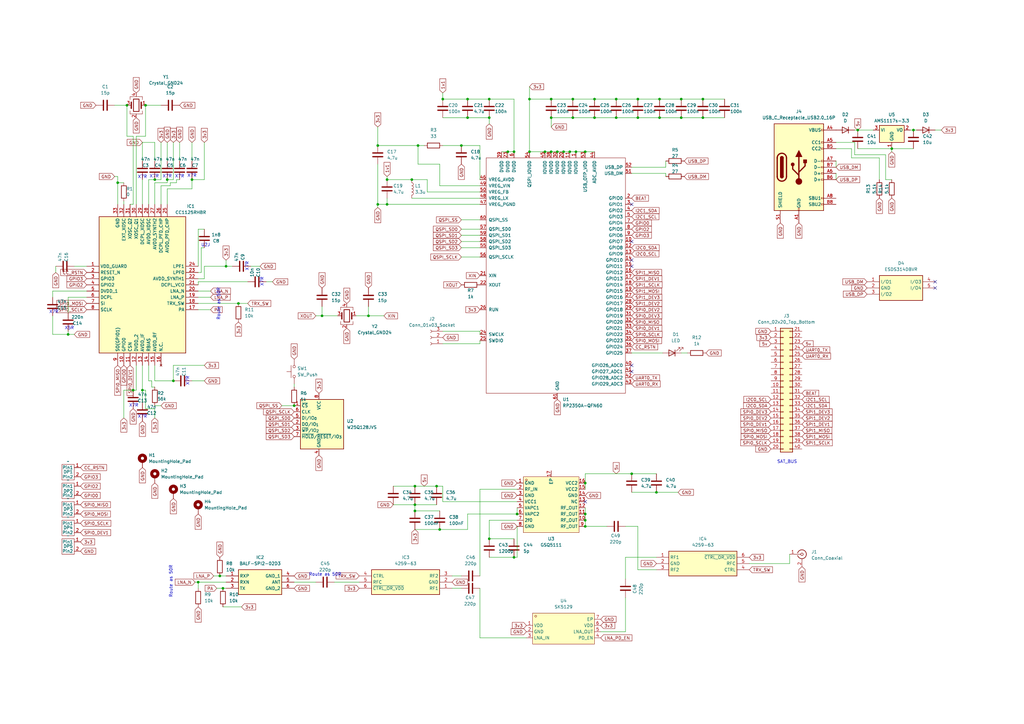
<source format=kicad_sch>
(kicad_sch (version 20250114) (generator "eeschema") (generator_version "9.0")
  (paper "A3")
  (title_block (title "RF Board For VikramSAT") (date "2025-07-10"))
  (text "Route as 50R\n" (at 89.662 124.714 90) (effects (font (size 1.27 1.27))))
  (text "X7R\n" (at 58.42 72.644 0) (effects (font (size 1.27 1.27))))
  (text "X7R\n" (at 101.346 109.22 90) (effects (font (size 1.27 1.27))))
  (text "X7R\n" (at 68.58 72.39 0) (effects (font (size 1.27 1.27))))
  (text "X7R\n" (at 76.962 156.21 90) (effects (font (size 1.27 1.27))))
  (text "X7R\n" (at 73.66 72.39 0) (effects (font (size 1.27 1.27))))
  (text "X7R\n" (at 78.74 72.136 0) (effects (font (size 1.27 1.27))))
  (text "Route as 50R\n" (at 70.104 238.506 90) (effects (font (size 1.27 1.27))))
  (text "X7R\n" (at 54.864 166.37 0) (effects (font (size 1.27 1.27))))
  (text "X7R\n" (at 58.42 170.942 0) (effects (font (size 1.27 1.27))))
  (text "X7R\n" (at 107.442 115.57 90) (effects (font (size 1.27 1.27))))
  (text "X5R" (at 28.448 134.62 0) (effects (font (size 1.27 1.27))))
  (text "X7R\n" (at 63.246 72.39 0) (effects (font (size 1.27 1.27))))
  (text "SAT_BUS" (at 322.834 189.484 0) (effects (font (size 1.27 1.27))))
  (text "U2J" (at 84.328 100.584 0) (effects (font (size 1.27 1.27))))
  (text "X7R\n" (at 22.098 128.016 0) (effects (font (size 1.27 1.27))))
  (text "Route as 50R\n" (at 133.35 235.712 0) (effects (font (size 1.27 1.27))))
  (junction (at 210.82 62.23))
  (junction (at 233.68 62.23))
  (junction (at 189.23 59.69))
  (junction (at 181.61 40.64))
  (junction (at 228.6 62.23))
  (junction (at 92.71 109.22))
  (junction (at 170.18 199.39))
  (junction (at 243.84 40.64))
  (junction (at 234.95 40.64))
  (junction (at 365.76 60.96))
  (junction (at 200.66 48.26))
  (junction (at 168.91 73.66))
  (junction (at 58.42 160.02))
  (junction (at 374.65 53.34))
  (junction (at 226.06 48.26))
  (junction (at 210.82 228.6))
  (junction (at 261.62 40.64))
  (junction (at 252.73 48.26))
  (junction (at 91.44 241.3))
  (junction (at 154.94 83.82))
  (junction (at 78.74 73.66))
  (junction (at 191.77 40.64))
  (junction (at 234.95 48.26))
  (junction (at 231.14 62.23))
  (junction (at 71.12 156.21))
  (junction (at 252.73 40.64))
  (junction (at 226.06 62.23))
  (junction (at 120.65 166.37))
  (junction (at 240.03 62.23))
  (junction (at 208.28 62.23))
  (junction (at 212.09 210.82))
  (junction (at 52.07 43.18))
  (junction (at 279.4 48.26))
  (junction (at 288.29 40.64))
  (junction (at 132.08 129.54))
  (junction (at 54.61 160.02))
  (junction (at 180.34 217.17))
  (junction (at 90.17 236.22))
  (junction (at 27.94 137.16))
  (junction (at 351.79 53.34))
  (junction (at 158.75 83.82))
  (junction (at 217.17 62.23))
  (junction (at 170.18 209.55))
  (junction (at 171.45 59.69))
  (junction (at 68.58 73.66))
  (junction (at 261.62 48.26))
  (junction (at 97.79 124.46))
  (junction (at 240.03 215.9))
  (junction (at 179.07 199.39))
  (junction (at 154.94 59.69))
  (junction (at 279.4 40.64))
  (junction (at 81.28 238.76))
  (junction (at 240.03 210.82))
  (junction (at 243.84 48.26))
  (junction (at 200.66 40.64))
  (junction (at 226.06 40.64))
  (junction (at 270.51 48.26))
  (junction (at 259.08 194.31))
  (junction (at 223.52 62.23))
  (junction (at 59.69 43.18))
  (junction (at 269.24 201.93))
  (junction (at 151.13 129.54))
  (junction (at 63.5 73.66))
  (junction (at 270.51 40.64))
  (junction (at 191.77 48.26))
  (junction (at 200.66 220.98))
  (junction (at 236.22 62.23))
  (junction (at 288.29 48.26))
  (junction (at 158.75 73.66))
  (junction (at 240.03 198.12))
  (junction (at 217.17 40.64))
  (junction (at 170.18 207.01))
  (junction (at 240.03 213.36))
  (junction (at 48.26 74.93))
  (no_connect (at 259.08 83.82))
  (no_connect (at 259.08 152.4))
  (no_connect (at 383.54 115.57))
  (no_connect (at 259.08 149.86))
  (no_connect (at 259.08 106.68))
  (no_connect (at 259.08 109.22))
  (no_connect (at 383.54 118.11))
  (no_connect (at 259.08 99.06))
  (no_connect (at 240.03 205.74))
  (wire (pts (xy 256.54 245.11) (xy 256.54 259.08)))
  (wire (pts (xy 175.26 78.74) (xy 175.26 73.66)))
  (wire (pts (xy 279.4 40.64) (xy 288.29 40.64)))
  (wire (pts (xy 63.5 149.86) (xy 63.5 156.21)))
  (wire (pts (xy 196.85 200.66) (xy 212.09 200.66)))
  (wire (pts (xy 240.03 194.31) (xy 240.03 198.12)))
  (wire (pts (xy 189.23 96.52) (xy 196.85 96.52)))
  (wire (pts (xy 59.69 55.88) (xy 55.88 55.88)))
  (wire (pts (xy 58.42 58.42) (xy 58.42 66.04)))
  (wire (pts (xy 73.66 73.66) (xy 72.39 73.66)))
  (wire (pts (xy 210.82 40.64) (xy 200.66 40.64)))
  (wire (pts (xy 261.62 40.64) (xy 270.51 40.64)))
  (wire (pts (xy 35.56 121.92) (xy 27.94 121.92)))
  (wire (pts (xy 63.5 167.64) (xy 59.69 167.64)))
  (wire (pts (xy 288.29 48.26) (xy 297.18 48.26)))
  (wire (pts (xy 78.74 156.21) (xy 83.82 156.21)))
  (wire (pts (xy 233.68 62.23) (xy 236.22 62.23)))
  (wire (pts (xy 189.23 59.69) (xy 196.85 59.69)))
  (wire (pts (xy 256.54 215.9) (xy 261.62 215.9)))
  (wire (pts (xy 196.85 241.3) (xy 196.85 261.62)))
  (wire (pts (xy 63.5 156.21) (xy 71.12 156.21)))
  (wire (pts (xy 259.08 71.12) (xy 273.05 71.12)))
  (wire (pts (xy 175.26 73.66) (xy 168.91 73.66)))
  (wire (pts (xy 180.34 76.2) (xy 196.85 76.2)))
  (wire (pts (xy 146.05 129.54) (xy 151.13 129.54)))
  (wire (pts (xy 81.28 119.38) (xy 86.36 119.38)))
  (wire (pts (xy 62.23 156.21) (xy 62.23 158.75)))
  (wire (pts (xy 55.88 160.02) (xy 54.61 160.02)))
  (wire (pts (xy 342.9 66.04) (xy 342.9 68.58)))
  (wire (pts (xy 88.9 241.3) (xy 91.44 241.3)))
  (wire (pts (xy 59.69 43.18) (xy 59.69 55.88)))
  (wire (pts (xy 68.58 74.93) (xy 68.58 73.66)))
  (wire (pts (xy 63.5 74.93) (xy 68.58 74.93)))
  (wire (pts (xy 259.08 144.78) (xy 271.78 144.78)))
  (wire (pts (xy 226.06 62.23) (xy 228.6 62.23)))
  (wire (pts (xy 185.42 236.22) (xy 189.23 236.22)))
  (wire (pts (xy 350.52 58.42) (xy 350.52 63.5)))
  (wire (pts (xy 48.26 74.93) (xy 48.26 83.82)))
  (wire (pts (xy 161.29 207.01) (xy 170.18 207.01)))
  (wire (pts (xy 189.23 93.98) (xy 196.85 93.98)))
  (wire (pts (xy 278.13 201.93) (xy 269.24 201.93)))
  (wire (pts (xy 92.71 109.22) (xy 83.82 109.22)))
  (wire (pts (xy 27.94 137.16) (xy 30.48 137.16)))
  (wire (pts (xy 181.61 199.39) (xy 181.61 205.74)))
  (wire (pts (xy 83.82 58.42) (xy 83.82 73.66)))
  (wire (pts (xy 87.63 236.22) (xy 90.17 236.22)))
  (wire (pts (xy 109.22 115.57) (xy 111.76 115.57)))
  (wire (pts (xy 102.87 109.22) (xy 106.68 109.22)))
  (wire (pts (xy 196.85 140.97) (xy 196.85 139.7)))
  (wire (pts (xy 60.96 156.21) (xy 62.23 156.21)))
  (wire (pts (xy 191.77 217.17) (xy 180.34 217.17)))
  (wire (pts (xy 363.22 63.5) (xy 363.22 73.66)))
  (wire (pts (xy 269.24 228.6) (xy 256.54 228.6)))
  (wire (pts (xy 212.09 210.82) (xy 191.77 210.82)))
  (wire (pts (xy 200.66 220.98) (xy 210.82 220.98)))
  (wire (pts (xy 200.66 213.36) (xy 200.66 220.98)))
  (wire (pts (xy 68.58 77.47) (xy 68.58 83.82)))
  (wire (pts (xy 83.82 114.3) (xy 81.28 114.3)))
  (wire (pts (xy 72.39 74.93) (xy 69.85 74.93)))
  (wire (pts (xy 158.75 81.28) (xy 158.75 83.82)))
  (wire (pts (xy 132.08 129.54) (xy 138.43 129.54)))
  (wire (pts (xy 21.59 129.54) (xy 21.59 137.16)))
  (wire (pts (xy 30.48 109.22) (xy 35.56 109.22)))
  (wire (pts (xy 97.79 124.46) (xy 101.6 124.46)))
  (wire (pts (xy 270.51 40.64) (xy 279.4 40.64)))
  (wire (pts (xy 171.45 67.31) (xy 180.34 67.31)))
  (wire (pts (xy 55.88 55.88) (xy 55.88 83.82)))
  (wire (pts (xy 191.77 210.82) (xy 191.77 217.17)))
  (wire (pts (xy 179.07 199.39) (xy 181.61 199.39)))
  (wire (pts (xy 191.77 40.64) (xy 200.66 40.64)))
  (wire (pts (xy 243.84 48.26) (xy 252.73 48.26)))
  (wire (pts (xy 200.66 48.26) (xy 200.66 50.8)))
  (wire (pts (xy 81.28 121.92) (xy 86.36 121.92)))
  (wire (pts (xy 63.5 171.45) (xy 63.5 167.64)))
  (wire (pts (xy 234.95 40.64) (xy 243.84 40.64)))
  (wire (pts (xy 54.61 83.82) (xy 53.34 83.82)))
  (wire (pts (xy 78.74 77.47) (xy 68.58 77.47)))
  (wire (pts (xy 273.05 68.58) (xy 273.05 66.04)))
  (wire (pts (xy 196.85 78.74) (xy 175.26 78.74)))
  (wire (pts (xy 350.52 53.34) (xy 351.79 53.34)))
  (wire (pts (xy 189.23 101.6) (xy 196.85 101.6)))
  (wire (pts (xy 120.65 157.48) (xy 120.65 158.75)))
  (wire (pts (xy 60.96 73.66) (xy 63.5 73.66)))
  (wire (pts (xy 69.85 76.2) (xy 66.04 76.2)))
  (wire (pts (xy 240.03 215.9) (xy 248.92 215.9)))
  (wire (pts (xy 52.07 55.88) (xy 52.07 43.18)))
  (wire (pts (xy 66.04 166.37) (xy 63.5 166.37)))
  (wire (pts (xy 270.51 48.26) (xy 279.4 48.26)))
  (wire (pts (xy 349.25 64.77) (xy 360.68 64.77)))
  (wire (pts (xy 120.65 238.76) (xy 129.54 238.76)))
  (wire (pts (xy 69.85 74.93) (xy 69.85 76.2)))
  (wire (pts (xy 342.9 58.42) (xy 350.52 58.42)))
  (wire (pts (xy 365.76 62.23) (xy 365.76 60.96)))
  (wire (pts (xy 59.69 43.18) (xy 66.04 43.18)))
  (wire (pts (xy 151.13 129.54) (xy 157.48 129.54)))
  (wire (pts (xy 196.85 135.89) (xy 196.85 137.16)))
  (wire (pts (xy 60.96 83.82) (xy 60.96 73.66)))
  (wire (pts (xy 226.06 48.26) (xy 226.06 52.07)))
  (wire (pts (xy 196.85 83.82) (xy 158.75 83.82)))
  (wire (pts (xy 35.56 119.38) (xy 21.59 119.38)))
  (wire (pts (xy 261.62 48.26) (xy 270.51 48.26)))
  (wire (pts (xy 63.5 83.82) (xy 63.5 74.93)))
  (wire (pts (xy 259.08 194.31) (xy 269.24 194.31)))
  (wire (pts (xy 363.22 73.66) (xy 365.76 73.66)))
  (wire (pts (xy 50.8 160.02) (xy 54.61 160.02)))
  (wire (pts (xy 132.08 125.73) (xy 132.08 129.54)))
  (wire (pts (xy 210.82 228.6) (xy 212.09 228.6)))
  (wire (pts (xy 55.88 149.86) (xy 55.88 160.02)))
  (wire (pts (xy 226.06 40.64) (xy 217.17 40.64)))
  (wire (pts (xy 154.94 52.07) (xy 154.94 59.69)))
  (wire (pts (xy 58.42 149.86) (xy 58.42 160.02)))
  (wire (pts (xy 170.18 217.17) (xy 180.34 217.17)))
  (wire (pts (xy 360.68 64.77) (xy 360.68 73.66)))
  (wire (pts (xy 240.03 62.23) (xy 243.84 62.23)))
  (wire (pts (xy 181.61 48.26) (xy 191.77 48.26)))
  (wire (pts (xy 154.94 59.69) (xy 171.45 59.69)))
  (wire (pts (xy 46.99 43.18) (xy 52.07 43.18)))
  (wire (pts (xy 50.8 82.55) (xy 50.8 83.82)))
  (wire (pts (xy 158.75 73.66) (xy 168.91 73.66)))
  (wire (pts (xy 342.9 60.96) (xy 349.25 60.96)))
  (wire (pts (xy 170.18 207.01) (xy 170.18 209.55)))
  (wire (pts (xy 171.45 59.69) (xy 171.45 67.31)))
  (wire (pts (xy 95.25 109.22) (xy 92.71 109.22)))
  (wire (pts (xy 273.05 71.12) (xy 273.05 72.39)))
  (wire (pts (xy 231.14 62.23) (xy 233.68 62.23)))
  (wire (pts (xy 243.84 40.64) (xy 252.73 40.64)))
  (wire (pts (xy 240.03 208.28) (xy 240.03 210.82)))
  (wire (pts (xy 71.12 149.86) (xy 71.12 156.21)))
  (wire (pts (xy 256.54 259.08) (xy 246.38 259.08)))
  (wire (pts (xy 63.5 66.04) (xy 63.5 58.42)))
  (wire (pts (xy 168.91 81.28) (xy 196.85 81.28)))
  (wire (pts (xy 259.08 201.93) (xy 269.24 201.93)))
  (wire (pts (xy 259.08 194.31) (xy 240.03 194.31)))
  (wire (pts (xy 66.04 58.42) (xy 66.04 73.66)))
  (wire (pts (xy 83.82 149.86) (xy 71.12 149.86)))
  (wire (pts (xy 21.59 119.38) (xy 21.59 121.92)))
  (wire (pts (xy 323.85 231.14) (xy 323.85 227.33)))
  (wire (pts (xy 279.4 48.26) (xy 288.29 48.26)))
  (wire (pts (xy 54.61 55.88) (xy 54.61 83.82)))
  (wire (pts (xy 59.69 167.64) (xy 59.69 160.02)))
  (wire (pts (xy 181.61 135.89) (xy 196.85 135.89)))
  (wire (pts (xy 236.22 62.23) (xy 240.03 62.23)))
  (wire (pts (xy 158.75 83.82) (xy 154.94 83.82)))
  (wire (pts (xy 73.66 58.42) (xy 73.66 66.04)))
  (wire (pts (xy 196.85 236.22) (xy 196.85 200.66)))
  (wire (pts (xy 154.94 67.31) (xy 154.94 83.82)))
  (wire (pts (xy 240.03 198.12) (xy 240.03 200.66)))
  (wire (pts (xy 252.73 40.64) (xy 261.62 40.64)))
  (wire (pts (xy 83.82 109.22) (xy 83.82 114.3)))
  (wire (pts (xy 196.85 59.69) (xy 196.85 73.66)))
  (wire (pts (xy 189.23 90.17) (xy 196.85 90.17)))
  (wire (pts (xy 240.03 210.82) (xy 240.03 213.36)))
  (wire (pts (xy 180.34 67.31) (xy 180.34 76.2)))
  (wire (pts (xy 151.13 125.73) (xy 151.13 129.54)))
  (wire (pts (xy 78.74 73.66) (xy 78.74 77.47)))
  (wire (pts (xy 81.28 238.76) (xy 81.28 241.3)))
  (wire (pts (xy 185.42 241.3) (xy 189.23 241.3)))
  (wire (pts (xy 279.4 144.78) (xy 281.94 144.78)))
  (wire (pts (xy 27.94 121.92) (xy 27.94 128.27)))
  (wire (pts (xy 81.28 116.84) (xy 81.28 115.57)))
  (wire (pts (xy 170.18 209.55) (xy 180.34 209.55)))
  (wire (pts (xy 200.66 228.6) (xy 210.82 228.6)))
  (wire (pts (xy 349.25 60.96) (xy 349.25 64.77)))
  (wire (pts (xy 92.71 106.68) (xy 92.71 109.22)))
  (wire (pts (xy 83.82 101.6) (xy 82.55 101.6)))
  (wire (pts (xy 269.24 233.68) (xy 261.62 233.68)))
  (wire (pts (xy 81.28 109.22) (xy 81.28 93.98)))
  (wire (pts (xy 342.9 71.12) (xy 342.9 73.66)))
  (wire (pts (xy 83.82 73.66) (xy 78.74 73.66)))
  (wire (pts (xy 48.26 72.39) (xy 48.26 74.93)))
  (wire (pts (xy 72.39 73.66) (xy 72.39 74.93)))
  (wire (pts (xy 129.54 129.54) (xy 132.08 129.54)))
  (wire (pts (xy 351.79 60.96) (xy 365.76 60.96)))
  (wire (pts (xy 210.82 62.23) (xy 210.82 40.64)))
  (wire (pts (xy 158.75 72.39) (xy 158.75 73.66)))
  (wire (pts (xy 48.26 74.93) (xy 50.8 74.93)))
  (wire (pts (xy 383.54 53.34) (xy 386.08 53.34)))
  (wire (pts (xy 137.16 238.76) (xy 147.32 238.76)))
  (wire (pts (xy 374.65 53.34) (xy 373.38 53.34)))
  (wire (pts (xy 365.76 60.96) (xy 374.65 60.96)))
  (wire (pts (xy 59.69 160.02) (xy 58.42 160.02)))
  (wire (pts (xy 181.61 140.97) (xy 196.85 140.97)))
  (wire (pts (xy 154.94 83.82) (xy 154.94 85.09)))
  (wire (pts (xy 208.28 62.23) (xy 210.82 62.23)))
  (wire (pts (xy 161.29 199.39) (xy 170.18 199.39)))
  (wire (pts (xy 259.08 68.58) (xy 273.05 68.58)))
  (wire (pts (xy 66.04 76.2) (xy 66.04 83.82)))
  (wire (pts (xy 81.28 127) (xy 86.36 127)))
  (wire (pts (xy 217.17 40.64) (xy 217.17 62.23)))
  (wire (pts (xy 170.18 207.01) (xy 179.07 207.01)))
  (wire (pts (xy 181.61 205.74) (xy 212.09 205.74)))
  (wire (pts (xy 240.03 213.36) (xy 240.03 215.9)))
  (wire (pts (xy 58.42 160.02) (xy 58.42 165.1)))
  (wire (pts (xy 181.61 59.69) (xy 189.23 59.69)))
  (wire (pts (xy 261.62 233.68) (xy 261.62 215.9)))
  (wire (pts (xy 78.74 58.42) (xy 78.74 66.04)))
  (wire (pts (xy 81.28 115.57) (xy 101.6 115.57)))
  (wire (pts (xy 81.28 124.46) (xy 97.79 124.46)))
  (wire (pts (xy 71.12 58.42) (xy 71.12 73.66)))
  (wire (pts (xy 307.34 231.14) (xy 323.85 231.14)))
  (wire (pts (xy 181.61 40.64) (xy 191.77 40.64)))
  (wire (pts (xy 212.09 208.28) (xy 212.09 210.82)))
  (wire (pts (xy 63.5 73.66) (xy 66.04 73.66)))
  (wire (pts (xy 62.23 158.75) (xy 63.5 158.75)))
  (wire (pts (xy 228.6 62.23) (xy 231.14 62.23)))
  (wire (pts (xy 212.09 213.36) (xy 200.66 213.36)))
  (wire (pts (xy 181.61 38.1) (xy 181.61 40.64)))
  (wire (pts (xy 54.61 55.88) (xy 52.07 55.88)))
  (wire (pts (xy 226.06 48.26) (xy 234.95 48.26)))
  (wire (pts (xy 90.17 236.22) (xy 92.71 236.22)))
  (wire (pts (xy 22.86 109.22) (xy 22.86 111.76)))
  (wire (pts (xy 71.12 73.66) (xy 68.58 73.66)))
  (wire (pts (xy 350.52 63.5) (xy 363.22 63.5)))
  (wire (pts (xy 196.85 261.62) (xy 215.9 261.62)))
  (wire (pts (xy 189.23 105.41) (xy 196.85 105.41)))
  (wire (pts (xy 205.74 62.23) (xy 208.28 62.23)))
  (wire (pts (xy 58.42 73.66) (xy 58.42 83.82)))
  (wire (pts (xy 60.96 149.86) (xy 60.96 156.21)))
  (wire (pts (xy 288.29 40.64) (xy 297.18 40.64)))
  (wire (pts (xy 226.06 40.64) (xy 234.95 40.64)))
  (wire (pts (xy 223.52 62.23) (xy 226.06 62.23)))
  (wire (pts (xy 80.01 238.76) (xy 81.28 238.76)))
  (wire (pts (xy 91.44 241.3) (xy 92.71 241.3)))
  (wire (pts (xy 170.18 199.39) (xy 179.07 199.39)))
  (wire (pts (xy 46.99 72.39) (xy 48.26 72.39)))
  (wire (pts (xy 234.95 48.26) (xy 243.84 48.26)))
  (wire (pts (xy 189.23 99.06) (xy 196.85 99.06)))
  (wire (pts (xy 82.55 101.6) (xy 82.55 111.76)))
  (wire (pts (xy 68.58 58.42) (xy 68.58 66.04)))
  (wire (pts (xy 50.8 171.45) (xy 50.8 160.02)))
  (wire (pts (xy 252.73 48.26) (xy 261.62 48.26)))
  (wire (pts (xy 212.09 228.6) (xy 212.09 215.9)))
  (wire (pts (xy 191.77 48.26) (xy 200.66 48.26)))
  (wire (pts (xy 27.94 135.89) (xy 27.94 137.16)))
  (wire (pts (xy 82.55 111.76) (xy 81.28 111.76)))
  (wire (pts (xy 81.28 238.76) (xy 92.71 238.76)))
  (wire (pts (xy 21.59 137.16) (xy 27.94 137.16)))
  (wire (pts (xy 217.17 62.23) (xy 223.52 62.23)))
  (wire (pts (xy 217.17 35.56) (xy 217.17 40.64)))
  (wire (pts (xy 115.57 166.37) (xy 120.65 166.37)))
  (wire (pts (xy 171.45 59.69) (xy 173.99 59.69)))
  (wire (pts (xy 81.28 93.98) (xy 83.82 93.98)))
  (wire (pts (xy 351.79 53.34) (xy 358.14 53.34)))
  (wire (pts (xy 63.5 58.42) (xy 58.42 58.42)))
  (wire (pts (xy 99.06 248.92) (xy 91.44 248.92)))
  (wire (pts (xy 375.92 53.34) (xy 374.65 53.34)))
  (wire (pts (xy 256.54 228.6) (xy 256.54 237.49)))
  (global_label "GND" (shape input) (at 71.12 204.47 270) (property "Intersheetrefs" "${INTERSHEET_REFS}" (effects (hide yes))))
  (global_label "GND" (shape input) (at 228.6 163.83 270) (property "Intersheetrefs" "${INTERSHEET_REFS}" (effects (hide yes))))
  (global_label "GND" (shape input) (at 365.76 81.28 270) (property "Intersheetrefs" "${INTERSHEET_REFS}" (effects (hide yes))))
  (global_label "GPIO0" (shape input) (at 259.08 91.44 0) (property "Intersheetrefs" "${INTERSHEET_REFS}" (effects (hide yes))))
  (global_label "GND" (shape input) (at 269.24 231.14 180) (property "Intersheetrefs" "${INTERSHEET_REFS}" (effects (hide yes))))
  (global_label "LNA_N" (shape input) (at 80.01 238.76 180) (property "Intersheetrefs" "${INTERSHEET_REFS}" (effects (hide yes))))
  (global_label "GND" (shape input) (at 316.23 135.89 180) (property "Intersheetrefs" "${INTERSHEET_REFS}" (effects (hide yes))))
  (global_label "3v3" (shape input) (at 71.12 58.42 90) (property "Intersheetrefs" "${INTERSHEET_REFS}" (effects (hide yes))))
  (global_label "GND" (shape input) (at 73.66 58.42 90) (property "Intersheetrefs" "${INTERSHEET_REFS}" (effects (hide yes))))
  (global_label "TRX_SW" (shape input) (at 101.6 124.46 0) (property "Intersheetrefs" "${INTERSHEET_REFS}" (effects (hide yes))))
  (global_label "3v3" (shape input) (at 316.23 138.43 180) (property "Intersheetrefs" "${INTERSHEET_REFS}" (effects (hide yes))))
  (global_label "GND" (shape input) (at 81.28 210.82 270) (property "Intersheetrefs" "${INTERSHEET_REFS}" (effects (hide yes))))
  (global_label "GND" (shape input) (at 106.68 109.22 0) (property "Intersheetrefs" "${INTERSHEET_REFS}" (effects (hide yes))))
  (global_label "GND" (shape input) (at 111.76 115.57 0) (property "Intersheetrefs" "${INTERSHEET_REFS}" (effects (hide yes))))
  (global_label "QSPI_SD0" (shape input) (at 120.65 171.45 180) (property "Intersheetrefs" "${INTERSHEET_REFS}" (effects (hide yes))))
  (global_label "USB_DM" (shape input) (at 342.9 68.58 0) (property "Intersheetrefs" "${INTERSHEET_REFS}" (effects (hide yes))))
  (global_label "QSPI_SD1" (shape input) (at 189.23 96.52 180) (property "Intersheetrefs" "${INTERSHEET_REFS}" (effects (hide yes))))
  (global_label "GND" (shape input) (at 120.65 241.3 0) (property "Intersheetrefs" "${INTERSHEET_REFS}" (effects (hide yes))))
  (global_label "QSPI_SCLK" (shape input) (at 120.65 168.91 180) (property "Intersheetrefs" "${INTERSHEET_REFS}" (effects (hide yes))))
  (global_label "GND" (shape input) (at 320.04 91.44 270) (property "Intersheetrefs" "${INTERSHEET_REFS}" (effects (hide yes))))
  (global_label "GND" (shape input) (at 212.09 203.2 180) (property "Intersheetrefs" "${INTERSHEET_REFS}" (effects (hide yes))))
  (global_label "GND" (shape input) (at 161.29 207.01 180) (property "Intersheetrefs" "${INTERSHEET_REFS}" (effects (hide yes))))
  (global_label "GND" (shape input) (at 327.66 91.44 270) (property "Intersheetrefs" "${INTERSHEET_REFS}" (effects (hide yes))))
  (global_label "SPI0_MISO" (shape input) (at 33.02 207.01 0) (property "Intersheetrefs" "${INTERSHEET_REFS}" (effects (hide yes))))
  (global_label "USB_DM" (shape input) (at 355.6 115.57 180) (property "Intersheetrefs" "${INTERSHEET_REFS}" (effects (hide yes))))
  (global_label "QSPI_SD3" (shape input) (at 189.23 101.6 180) (property "Intersheetrefs" "${INTERSHEET_REFS}" (effects (hide yes))))
  (global_label "QSPI_SD1" (shape input) (at 120.65 173.99 180) (property "Intersheetrefs" "${INTERSHEET_REFS}" (effects (hide yes))))
  (global_label "SPI0_SCLK" (shape input) (at 33.02 214.63 0) (property "Intersheetrefs" "${INTERSHEET_REFS}" (effects (hide yes))))
  (global_label "3v3" (shape input) (at 170.18 217.17 270) (property "Intersheetrefs" "${INTERSHEET_REFS}" (effects (hide yes))))
  (global_label "GND" (shape input) (at 55.88 48.26 270) (property "Intersheetrefs" "${INTERSHEET_REFS}" (effects (hide yes))))
  (global_label "GND" (shape input) (at 289.56 144.78 0) (property "Intersheetrefs" "${INTERSHEET_REFS}" (effects (hide yes))))
  (global_label "3v3" (shape input) (at 66.04 58.42 90) (property "Intersheetrefs" "${INTERSHEET_REFS}" (effects (hide yes))))
  (global_label "GND" (shape input) (at 73.66 43.18 0) (property "Intersheetrefs" "${INTERSHEET_REFS}" (effects (hide yes))))
  (global_label "PA" (shape input) (at 86.36 127 0) (property "Intersheetrefs" "${INTERSHEET_REFS}" (effects (hide yes))))
  (global_label "SPI1_DEV1" (shape input) (at 328.93 173.99 0) (property "Intersheetrefs" "${INTERSHEET_REFS}" (effects (hide yes))))
  (global_label "GPIO2" (shape input) (at 259.08 93.98 0) (property "Intersheetrefs" "${INTERSHEET_REFS}" (effects (hide yes))))
  (global_label "SPI1_DEV2" (shape input) (at 328.93 171.45 0) (property "Intersheetrefs" "${INTERSHEET_REFS}" (effects (hide yes))))
  (global_label "UART0_RX" (shape input) (at 328.93 146.05 0) (property "Intersheetrefs" "${INTERSHEET_REFS}" (effects (hide yes))))
  (global_label "SPI0_DEV3" (shape input) (at 316.23 168.91 180) (property "Intersheetrefs" "${INTERSHEET_REFS}" (effects (hide yes))))
  (global_label "SPI1_MOSI" (shape input) (at 259.08 119.38 0) (property "Intersheetrefs" "${INTERSHEET_REFS}" (effects (hide yes))))
  (global_label "GND" (shape input) (at 181.61 138.43 0) (property "Intersheetrefs" "${INTERSHEET_REFS}" (effects (hide yes))))
  (global_label "GND" (shape input) (at 54.61 167.64 270) (property "Intersheetrefs" "${INTERSHEET_REFS}" (effects (hide yes))))
  (global_label "3v3" (shape input) (at 307.34 228.6 0) (property "Intersheetrefs" "${INTERSHEET_REFS}" (effects (hide yes))))
  (global_label "GND" (shape input) (at 200.66 50.8 270) (property "Intersheetrefs" "${INTERSHEET_REFS}" (effects (hide yes))))
  (global_label "1v1" (shape input) (at 158.75 72.39 90) (property "Intersheetrefs" "${INTERSHEET_REFS}" (effects (hide yes))))
  (global_label "GND" (shape input) (at 22.86 111.76 270) (property "Intersheetrefs" "${INTERSHEET_REFS}" (effects (hide yes))))
  (global_label "QSPI_SS" (shape input) (at 115.57 166.37 180) (property "Intersheetrefs" "${INTERSHEET_REFS}" (effects (hide yes))))
  (global_label "XIN" (shape input) (at 157.48 129.54 0) (property "Intersheetrefs" "${INTERSHEET_REFS}" (effects (hide yes))))
  (global_label "TRX_SW" (shape input) (at 147.32 236.22 180) (property "Intersheetrefs" "${INTERSHEET_REFS}" (effects (hide yes))))
  (global_label "3v3" (shape input) (at 33.02 222.25 0) (property "Intersheetrefs" "${INTERSHEET_REFS}" (effects (hide yes))))
  (global_label "3v3" (shape input) (at 246.38 256.54 0) (property "Intersheetrefs" "${INTERSHEET_REFS}" (effects (hide yes))))
  (global_label "SPI1_DEV3" (shape input) (at 259.08 121.92 0) (property "Intersheetrefs" "${INTERSHEET_REFS}" (effects (hide yes))))
  (global_label "GND" (shape input) (at 278.13 201.93 0) (property "Intersheetrefs" "${INTERSHEET_REFS}" (effects (hide yes))))
  (global_label "GND" (shape input) (at 55.88 38.1 90) (property "Intersheetrefs" "${INTERSHEET_REFS}" (effects (hide yes))))
  (global_label "I2C1_SCL" (shape input) (at 259.08 88.9 0) (property "Intersheetrefs" "${INTERSHEET_REFS}" (effects (hide yes))))
  (global_label "I2C0_SCL" (shape input) (at 316.23 163.83 180) (property "Intersheetrefs" "${INTERSHEET_REFS}" (effects (hide yes))))
  (global_label "SPI0_SCLK" (shape input) (at 35.56 127 180) (property "Intersheetrefs" "${INTERSHEET_REFS}" (effects (hide yes))))
  (global_label "SPI0_MOSI" (shape input) (at 33.02 210.82 0) (property "Intersheetrefs" "${INTERSHEET_REFS}" (effects (hide yes))))
  (global_label "GND" (shape input) (at 246.38 254 0) (property "Intersheetrefs" "${INTERSHEET_REFS}" (effects (hide yes))))
  (global_label "SPI0_DEV1" (shape input) (at 53.34 149.86 270) (property "Intersheetrefs" "${INTERSHEET_REFS}" (effects (hide yes))))
  (global_label "LNA_P" (shape input) (at 87.63 236.22 180) (property "Intersheetrefs" "${INTERSHEET_REFS}" (effects (hide yes))))
  (global_label "GND" (shape input) (at 81.28 248.92 270) (property "Intersheetrefs" "${INTERSHEET_REFS}" (effects (hide yes))))
  (global_label "QSPI_SD2" (shape input) (at 189.23 99.06 180) (property "Intersheetrefs" "${INTERSHEET_REFS}" (effects (hide yes))))
  (global_label "SPI0_MOSI" (shape input) (at 35.56 124.46 180) (property "Intersheetrefs" "${INTERSHEET_REFS}" (effects (hide yes))))
  (global_label "GPIO3" (shape input) (at 33.02 195.58 0) (property "Intersheetrefs" "${INTERSHEET_REFS}" (effects (hide yes))))
  (global_label "GPIO0" (shape input) (at 50.8 149.86 270) (property "Intersheetrefs" "${INTERSHEET_REFS}" (effects (hide yes))))
  (global_label "GND" (shape input) (at 120.65 147.32 90) (property "Intersheetrefs" "${INTERSHEET_REFS}" (effects (hide yes))))
  (global_label "3v3" (shape input) (at 50.8 171.45 270) (property "Intersheetrefs" "${INTERSHEET_REFS}" (effects (hide yes))))
  (global_label "PA" (shape input) (at 88.9 241.3 180) (property "Intersheetrefs" "${INTERSHEET_REFS}" (effects (hide yes))))
  (global_label "GND" (shape input) (at 132.08 118.11 90) (property "Intersheetrefs" "${INTERSHEET_REFS}" (effects (hide yes))))
  (global_label "5v" (shape input) (at 351.79 53.34 90) (property "Intersheetrefs" "${INTERSHEET_REFS}" (effects (hide yes))))
  (global_label "3v3" (shape input) (at 83.82 149.86 0) (property "Intersheetrefs" "${INTERSHEET_REFS}" (effects (hide yes))))
  (global_label "SPI0_DEV1" (shape input) (at 33.02 218.44 0) (property "Intersheetrefs" "${INTERSHEET_REFS}" (effects (hide yes))))
  (global_label "XIN" (shape input) (at 196.85 113.03 180) (property "Intersheetrefs" "${INTERSHEET_REFS}" (effects (hide yes))))
  (global_label "UART0_TX" (shape input) (at 328.93 143.51 0) (property "Intersheetrefs" "${INTERSHEET_REFS}" (effects (hide yes))))
  (global_label "CC_RSTN" (shape input) (at 259.08 142.24 0) (property "Intersheetrefs" "${INTERSHEET_REFS}" (effects (hide yes))))
  (global_label "I2C1_SDA" (shape input) (at 259.08 86.36 0) (property "Intersheetrefs" "${INTERSHEET_REFS}" (effects (hide yes))))
  (global_label "GND" (shape input) (at 215.9 259.08 180) (property "Intersheetrefs" "${INTERSHEET_REFS}" (effects (hide yes))))
  (global_label "UART0_TX" (shape input) (at 259.08 154.94 0) (property "Intersheetrefs" "${INTERSHEET_REFS}" (effects (hide yes))))
  (global_label "3v3" (shape input) (at 217.17 35.56 0) (property "Intersheetrefs" "${INTERSHEET_REFS}" (effects (hide yes))))
  (global_label "CC_RSTN" (shape input) (at 33.02 191.77 0) (property "Intersheetrefs" "${INTERSHEET_REFS}" (effects (hide yes))))
  (global_label "I2C0_SDA" (shape input) (at 316.23 166.37 180) (property "Intersheetrefs" "${INTERSHEET_REFS}" (effects (hide yes))))
  (global_label "SPI0_DEV1" (shape input) (at 316.23 173.99 180) (property "Intersheetrefs" "${INTERSHEET_REFS}" (effects (hide yes))))
  (global_label "SPI1_DEV2" (shape input) (at 259.08 124.46 0) (property "Intersheetrefs" "${INTERSHEET_REFS}" (effects (hide yes))))
  (global_label "GND" (shape input) (at 365.76 62.23 270) (property "Intersheetrefs" "${INTERSHEET_REFS}" (effects (hide yes))))
  (global_label "SPI0_DEV2" (shape input) (at 316.23 171.45 180) (property "Intersheetrefs" "${INTERSHEET_REFS}" (effects (hide yes))))
  (global_label "SPI1_SCLK" (shape input) (at 328.93 181.61 0) (property "Intersheetrefs" "${INTERSHEET_REFS}" (effects (hide yes))))
  (global_label "CC_RSTN" (shape input) (at 35.56 111.76 180) (property "Intersheetrefs" "${INTERSHEET_REFS}" (effects (hide yes))))
  (global_label "1v1" (shape input) (at 181.61 38.1 90) (property "Intersheetrefs" "${INTERSHEET_REFS}" (effects (hide yes))))
  (global_label "GND" (shape input) (at 316.23 184.15 180) (property "Intersheetrefs" "${INTERSHEET_REFS}" (effects (hide yes))))
  (global_label "GND" (shape input) (at 58.42 172.72 270) (property "Intersheetrefs" "${INTERSHEET_REFS}" (effects (hide yes))))
  (global_label "LNA_P" (shape input) (at 86.36 121.92 0) (property "Intersheetrefs" "${INTERSHEET_REFS}" (effects (hide yes))))
  (global_label "GND" (shape input) (at 151.13 118.11 90) (property "Intersheetrefs" "${INTERSHEET_REFS}" (effects (hide yes))))
  (global_label "GND" (shape input) (at 78.74 58.42 90) (property "Intersheetrefs" "${INTERSHEET_REFS}" (effects (hide yes))))
  (global_label "3v3" (shape input) (at 196.85 127 180) (property "Intersheetrefs" "${INTERSHEET_REFS}" (effects (hide yes))))
  (global_label "GPIO2" (shape input) (at 33.02 199.39 0) (property "Intersheetrefs" "${INTERSHEET_REFS}" (effects (hide yes))))
  (global_label "GND" (shape input) (at 68.58 58.42 90) (property "Intersheetrefs" "${INTERSHEET_REFS}" (effects (hide yes))))
  (global_label "SPI1_MISO" (shape input) (at 259.08 111.76 0) (property "Intersheetrefs" "${INTERSHEET_REFS}" (effects (hide yes))))
  (global_label "QSPI_SCLK" (shape input) (at 189.23 105.41 180) (property "Intersheetrefs" "${INTERSHEET_REFS}" (effects (hide yes))))
  (global_label "GND" (shape input) (at 142.24 124.46 90) (property "Intersheetrefs" "${INTERSHEET_REFS}" (effects (hide yes))))
  (global_label "3v3" (shape input) (at 386.08 53.34 0) (property "Intersheetrefs" "${INTERSHEET_REFS}" (effects (hide yes))))
  (global_label "SPI0_MOSI" (shape input) (at 316.23 179.07 180) (property "Intersheetrefs" "${INTERSHEET_REFS}" (effects (hide yes))))
  (global_label "BEAT" (shape input) (at 259.08 81.28 0) (property "Intersheetrefs" "${INTERSHEET_REFS}" (effects (hide yes))))
  (global_label "GND" (shape input) (at 120.65 236.22 0) (property "Intersheetrefs" "${INTERSHEET_REFS}" (effects (hide yes))))
  (global_label "GND" (shape input) (at 154.94 85.09 270) (property "Intersheetrefs" "${INTERSHEET_REFS}" (effects (hide yes))))
  (global_label "QSPI_SD0" (shape input) (at 189.23 93.98 180) (property "Intersheetrefs" "${INTERSHEET_REFS}" (effects (hide yes))))
  (global_label "GND" (shape input) (at 360.68 81.28 270) (property "Intersheetrefs" "${INTERSHEET_REFS}" (effects (hide yes))))
  (global_label "USB_DP" (shape input) (at 342.9 73.66 0) (property "Intersheetrefs" "${INTERSHEET_REFS}" (effects (hide yes))))
  (global_label "SPI1_MOSI" (shape input) (at 328.93 179.07 0) (property "Intersheetrefs" "${INTERSHEET_REFS}" (effects (hide yes))))
  (global_label "GND" (shape input) (at 83.82 156.21 0) (property "Intersheetrefs" "${INTERSHEET_REFS}" (effects (hide yes))))
  (global_label "USB_DP" (shape input) (at 280.67 66.04 0) (property "Intersheetrefs" "${INTERSHEET_REFS}" (effects (hide yes))))
  (global_label "GND" (shape input) (at 46.99 72.39 180) (property "Intersheetrefs" "${INTERSHEET_REFS}" (effects (hide yes))))
  (global_label "GPIO0" (shape input) (at 33.02 203.2 0) (property "Intersheetrefs" "${INTERSHEET_REFS}" (effects (hide yes))))
  (global_label "GND" (shape input) (at 212.09 198.12 180) (property "Intersheetrefs" "${INTERSHEET_REFS}" (effects (hide yes))))
  (global_label "GND" (shape input) (at 66.04 166.37 0) (property "Intersheetrefs" "${INTERSHEET_REFS}" (effects (hide yes))))
  (global_label "SPI0_MISO" (shape input) (at 259.08 132.08 0) (property "Intersheetrefs" "${INTERSHEET_REFS}" (effects (hide yes))))
  (global_label "3v3" (shape input) (at 97.79 132.08 270) (property "Intersheetrefs" "${INTERSHEET_REFS}" (effects (hide yes))))
  (global_label "3v3" (shape input) (at 63.5 171.45 270) (property "Intersheetrefs" "${INTERSHEET_REFS}" (effects (hide yes))))
  (global_label "GND" (shape input) (at 30.48 137.16 0) (property "Intersheetrefs" "${INTERSHEET_REFS}" (effects (hide yes))))
  (global_label "USB_DM" (shape input) (at 280.67 72.39 0) (property "Intersheetrefs" "${INTERSHEET_REFS}" (effects (hide yes))))
  (global_label "3v3" (shape input) (at 130.81 161.29 90) (property "Intersheetrefs" "${INTERSHEET_REFS}" (effects (hide yes))))
  (global_label "LNA_PD_EN" (shape input) (at 246.38 261.62 0) (property "Intersheetrefs" "${INTERSHEET_REFS}" (effects (hide yes))))
  (global_label "5v" (shape input) (at 328.93 140.97 0) (property "Intersheetrefs" "${INTERSHEET_REFS}" (effects (hide yes))))
  (global_label "GPIO2" (shape input) (at 35.56 116.84 180) (property "Intersheetrefs" "${INTERSHEET_REFS}" (effects (hide yes))))
  (global_label "SPI1_DEV3" (shape input) (at 328.93 168.91 0) (property "Intersheetrefs" "${INTERSHEET_REFS}" (effects (hide yes))))
  (global_label "GND" (shape input) (at 328.93 232.41 270) (property "Intersheetrefs" "${INTERSHEET_REFS}" (effects (hide yes))))
  (global_label "GND" (shape input) (at 240.03 203.2 0) (property "Intersheetrefs" "${INTERSHEET_REFS}" (effects (hide yes))))
  (global_label "GND" (shape input) (at 130.81 186.69 270) (property "Intersheetrefs" "${INTERSHEET_REFS}" (effects (hide yes))))
  (global_label "5v" (shape input) (at 316.23 140.97 180) (property "Intersheetrefs" "${INTERSHEET_REFS}" (effects (hide yes))))
  (global_label "SPI0_MISO" (shape input) (at 316.23 176.53 180) (property "Intersheetrefs" "${INTERSHEET_REFS}" (effects (hide yes))))
  (global_label "XOUT" (shape input) (at 189.23 116.84 180) (property "Intersheetrefs" "${INTERSHEET_REFS}" (effects (hide yes))))
  (global_label "3v3" (shape input) (at 154.94 52.07 90) (property "Intersheetrefs" "${INTERSHEET_REFS}" (effects (hide yes))))
  (global_label "BEAT" (shape input) (at 328.93 161.29 0) (property "Intersheetrefs" "${INTERSHEET_REFS}" (effects (hide yes))))
  (global_label "SPI0_DEV3" (shape input) (at 259.08 129.54 0) (property "Intersheetrefs" "${INTERSHEET_REFS}" (effects (hide yes))))
  (global_label "GND" (shape input) (at 142.24 134.62 270) (property "Intersheetrefs" "${INTERSHEET_REFS}" (effects (hide yes))))
  (global_label "SPI0_DEV2" (shape input) (at 259.08 127 0) (property "Intersheetrefs" "${INTERSHEET_REFS}" (effects (hide yes))))
  (global_label "GND" (shape input) (at 58.42 58.42 180) (property "Intersheetrefs" "${INTERSHEET_REFS}" (effects (hide yes))))
  (global_label "GPIO3" (shape input) (at 35.56 114.3 180) (property "Intersheetrefs" "${INTERSHEET_REFS}" (effects (hide yes))))
  (global_label "SPI1_MISO" (shape input) (at 328.93 176.53 0) (property "Intersheetrefs" "${INTERSHEET_REFS}" (effects (hide yes))))
  (global_label "SPI0_SCLK" (shape input) (at 316.23 181.61 180) (property "Intersheetrefs" "${INTERSHEET_REFS}" (effects (hide yes))))
  (global_label "GND" (shape input) (at 212.09 215.9 180) (property "Intersheetrefs" "${INTERSHEET_REFS}" (effects (hide yes))))
  (global_label "GND" (shape input) (at 189.23 67.31 270) (property "Intersheetrefs" "${INTERSHEET_REFS}" (effects (hide yes))))
  (global_label "TRX_SW" (shape input) (at 307.34 233.68 0) (property "Intersheetrefs" "${INTERSHEET_REFS}" (effects (hide yes))))
  (global_label "SPI1_SCLK" (shape input) (at 259.08 116.84 0) (property "Intersheetrefs" "${INTERSHEET_REFS}" (effects (hide yes))))
  (global_label "3v3" (shape input) (at 147.32 241.3 180) (property "Intersheetrefs" "${INTERSHEET_REFS}" (effects (hide yes))))
  (global_label "5v" (shape input) (at 173.99 199.39 90) (property "Intersheetrefs" "${INTERSHEET_REFS}" (effects (hide yes))))
  (global_label "GND" (shape input) (at 90.17 228.6 90) (property "Intersheetrefs" "${INTERSHEET_REFS}" (effects (hide yes))))
  (global_label "UART0_RX" (shape input) (at 259.08 157.48 0) (property "Intersheetrefs" "${INTERSHEET_REFS}" (effects (hide yes))))
  (global_label "3v3" (shape input) (at 83.82 58.42 90) (property "Intersheetrefs" "${INTERSHEET_REFS}" (effects (hide yes))))
  (global_label "GND" (shape input) (at 226.06 52.07 0) (property "Intersheetrefs" "${INTERSHEET_REFS}" (effects (hide yes))))
  (global_label "3v3" (shape input) (at 215.9 256.54 180) (property "Intersheetrefs" "${INTERSHEET_REFS}" (effects (hide yes))))
  (global_label "GND" (shape input) (at 33.02 226.06 0) (property "Intersheetrefs" "${INTERSHEET_REFS}" (effects (hide yes))))
  (global_label "I2C0_SCL" (shape input) (at 259.08 104.14 0) (property "Intersheetrefs" "${INTERSHEET_REFS}" (effects (hide yes))))
  (global_label "LNA_N" (shape input) (at 86.36 119.38 0) (property "Intersheetrefs" "${INTERSHEET_REFS}" (effects (hide yes))))
  (global_label "3v3" (shape input) (at 99.06 248.92 0) (property "Intersheetrefs" "${INTERSHEET_REFS}" (effects (hide yes))))
  (global_label "XOUT" (shape input) (at 129.54 129.54 180) (property "Intersheetrefs" "${INTERSHEET_REFS}" (effects (hide yes))))
  (global_label "I2C1_SCL" (shape input) (at 328.93 163.83 0) (property "Intersheetrefs" "${INTERSHEET_REFS}" (effects (hide yes))))
  (global_label "QSPI_SD3" (shape input) (at 120.65 179.07 180) (property "Intersheetrefs" "${INTERSHEET_REFS}" (effects (hide yes))))
  (global_label "3v3" (shape input) (at 92.71 106.68 90) (property "Intersheetrefs" "${INTERSHEET_REFS}" (effects (hide yes))))
  (global_label "SPI1_DEV1" (shape input) (at 259.08 114.3 0) (property "Intersheetrefs" "${INTERSHEET_REFS}" (effects (hide yes))))
  (global_label "GND" (shape input) (at 39.37 43.18 180) (property "Intersheetrefs" "${INTERSHEET_REFS}" (effects (hide yes))))
  (global_label "SPI0_MOSI" (shape input) (at 259.08 139.7 0) (property "Intersheetrefs" "${INTERSHEET_REFS}" (effects (hide yes))))
  (global_label "QSPI_SD2" (shape input) (at 120.65 176.53 180) (property "Intersheetrefs" "${INTERSHEET_REFS}" (effects (hide yes))))
  (global_label "GND" (shape input) (at 185.42 238.76 0) (property "Intersheetrefs" "${INTERSHEET_REFS}" (effects (hide yes))))
  (global_label "GPIO3" (shape input) (at 259.08 96.52 0) (property "Intersheetrefs" "${INTERSHEET_REFS}" (effects (hide yes))))
  (global_label "I2C1_SDA" (shape input) (at 328.93 166.37 0) (property "Intersheetrefs" "${INTERSHEET_REFS}" (effects (hide yes))))
  (global_label "SPI0_SCLK" (shape input) (at 259.08 137.16 0) (property "Intersheetrefs" "${INTERSHEET_REFS}" (effects (hide yes))))
  (global_label "GND" (shape input) (at 63.5 198.12 270) (property "Intersheetrefs" "${INTERSHEET_REFS}" (effects (hide yes))))
  (global_label "SPI0_MISO" (shape input) (at 48.26 149.86 270) (property "Intersheetrefs" "${INTERSHEET_REFS}" (effects (hide yes))))
  (global_label "SPI0_DEV1" (shape input) (at 259.08 134.62 0) (property "Intersheetrefs" "${INTERSHEET_REFS}" (effects (hide yes))))
  (global_label "GND" (shape input) (at 355.6 118.11 180) (property "Intersheetrefs" "${INTERSHEET_REFS}" (effects (hide yes))))
  (global_label "QSPI_SS" (shape input) (at 189.23 90.17 180) (property "Intersheetrefs" "${INTERSHEET_REFS}" (effects (hide yes))))
  (global_label "USB_DP" (shape input) (at 355.6 120.65 180) (property "Intersheetrefs" "${INTERSHEET_REFS}" (effects (hide yes))))
  (global_label "I2C0_SDA" (shape input) (at 259.08 101.6 0) (property "Intersheetrefs" "${INTERSHEET_REFS}" (effects (hide yes))))
  (global_label "5v" (shape input) (at 252.73 194.31 90) (property "Intersheetrefs" "${INTERSHEET_REFS}" (effects (hide yes))))
  (global_label "GND" (shape input) (at 58.42 191.77 270) (property "Intersheetrefs" "${INTERSHEET_REFS}" (effects (hide yes))))
  (symbol (lib_id "Device:C") (at 170.18 203.2 0) (unit 1)
    (property "Reference" "C35" (at 173.99 201.9299 0) (effects (justify left)))
    (property "Value" "4.7u" (at 173.99 204.4699 0) (effects (justify left)))
    (property "Footprint" "Capacitor_SMD:C_0402_1005Metric" (effects (hide yes)))
    (property "Description" "Unpolarized capacitor" (effects (hide yes)))
  )
  (symbol (lib_id "mainlib:Debug_Pads") (at 27.94 208.28 0) (unit 1)
    (property "Reference" "DP3" (at 27.94 208.788 0))
    (property "Value" "~" (at 27.94 204.47 0))
    (property "Footprint" "mainfoot:Debug Pad" (effects (hide yes)))
  )
  (symbol (lib_id "Device:D") (at 346.71 53.34 180) (unit 1)
    (property "Reference" "D2" (at 346.71 46.99 0))
    (property "Value" "D" (at 346.71 49.53 0))
    (property "Footprint" "Diode_SMD:D_0402_1005Metric" (effects (hide yes)))
    (property "Description" "Diode" (effects (hide yes)))
    (property "Sim.Device" "D" (effects (hide yes)))
    (property "Sim.Pins" "1=K 2=A" (effects (hide yes)))
  )
  (symbol (lib_id "mainlib:Debug_Pads") (at 27.94 200.66 0) (unit 1)
    (property "Reference" "DP2" (at 27.94 201.422 0))
    (property "Value" "~" (at 27.94 196.85 0))
    (property "Footprint" "mainfoot:Debug Pad" (effects (hide yes)))
  )
  (symbol (lib_id "Device:C") (at 193.04 241.3 90) (unit 1)
    (property "Reference" "C47" (at 192.786 245.11 90))
    (property "Value" "220p" (at 192.786 247.65 90))
    (property "Footprint" "Capacitor_SMD:C_0402_1005Metric" (effects (hide yes)))
    (property "Description" "Unpolarized capacitor" (effects (hide yes)))
  )
  (symbol (lib_id "Device:C") (at 200.66 44.45 0) (unit 1)
    (property "Reference" "C22" (at 202.946 43.18 0) (effects (justify left)))
    (property "Value" "100n" (at 202.946 45.72 0) (effects (justify left)))
    (property "Footprint" "Capacitor_SMD:C_0402_1005Metric" (effects (hide yes)))
    (property "Description" "Unpolarized capacitor" (effects (hide yes)))
  )
  (symbol (lib_id "Device:C") (at 374.65 57.15 0) (unit 1)
    (property "Reference" "C42" (at 378.46 55.8799 0) (effects (justify left)))
    (property "Value" "10u" (at 378.46 58.4199 0) (effects (justify left)))
    (property "Footprint" "Capacitor_SMD:C_0805_2012Metric" (effects (hide yes)))
    (property "Description" "Unpolarized capacitor" (effects (hide yes)))
  )
  (symbol (lib_id "mainlib:CC1125RHBR") (at 35.56 109.22 0) (unit 1)
    (property "Reference" "IC1" (at 78.232 84.582 0))
    (property "Value" "CC1125RHBR" (at 78.232 87.122 0))
    (property "Footprint" "mainfoot:QFN50P500X500X100-33N-D" (effects (hide yes)))
    (property "Datasheet" "http://www.ti.com/lit/gpn/cc1125" (effects (hide yes)))
    (property "Description" "Ultra-High performance Sub-1 GHz Transceiver for Narrowband Systems" (effects (hide yes)))
    (property "Height" "1" (effects (hide yes)))
    (property "Mouser Part Number" "595-CC1125RHBR" (effects (hide yes)))
    (property "Mouser Price/Stock" "https://www.mouser.co.uk/ProductDetail/Texas-Instruments/CC1125RHBR?qs=uuvYgmlZVOsNmcFvwGcWqA%3D%3D" (effects (hide yes)))
    (property "Manufacturer_Name" "Texas Instruments" (effects (hide yes)))
    (property "Manufacturer_Part_Number" "CC1125RHBR" (effects (hide yes)))
  )
  (symbol (lib_id "Device:Crystal_GND24") (at 55.88 43.18 180) (unit 1)
    (property "Reference" "Y1" (at 68.072 31.496 0))
    (property "Value" "Crystal_GND24" (at 68.072 34.036 0))
    (property "Footprint" "Crystal:Crystal_SMD_3225-4Pin_3.2x2.5mm" (effects (hide yes)))
    (property "Description" "Four pin crystal, GND on pins 2 and 4" (effects (hide yes)))
  )
  (symbol (lib_id "Device:C") (at 234.95 44.45 0) (unit 1)
    (property "Reference" "C24" (at 237.236 43.18 0) (effects (justify left)))
    (property "Value" "100n" (at 237.236 45.72 0) (effects (justify left)))
    (property "Footprint" "Capacitor_SMD:C_0402_1005Metric" (effects (hide yes)))
    (property "Description" "Unpolarized capacitor" (effects (hide yes)))
  )
  (symbol (lib_id "Device:R") (at 360.68 77.47 180) (unit 1)
    (property "Reference" "R13" (at 356.108 77.47 90))
    (property "Value" "5.1k" (at 358.648 77.47 90))
    (property "Footprint" "Resistor_SMD:R_0402_1005Metric" (effects (hide yes)))
    (property "Description" "Resistor" (effects (hide yes)))
  )
  (symbol (lib_id "Device:R") (at 90.17 232.41 0) (unit 1)
    (property "Reference" "R8" (at 92.71 231.1399 0) (effects (justify left)))
    (property "Value" "10k" (at 92.71 233.6799 0) (effects (justify left)))
    (property "Footprint" "Resistor_SMD:R_0402_1005Metric" (effects (hide yes)))
    (property "Description" "Resistor" (effects (hide yes)))
  )
  (symbol (lib_id "Device:C") (at 210.82 224.79 0) (unit 1)
    (property "Reference" "C44" (at 214.63 223.5199 0) (effects (justify left)))
    (property "Value" "5p" (at 214.63 226.0599 0) (effects (justify left)))
    (property "Footprint" "Capacitor_SMD:C_0402_1005Metric" (effects (hide yes)))
    (property "Description" "Unpolarized capacitor" (effects (hide yes)))
  )
  (symbol (lib_id "Device:C") (at 58.42 168.91 0) (mirror y) (unit 1)
    (property "Reference" "C12" (at 62.23 169.418 0))
    (property "Value" "47n" (at 62.23 166.878 0))
    (property "Footprint" "Capacitor_SMD:C_0402_1005Metric" (effects (hide yes)))
    (property "Description" "Unpolarized capacitor" (effects (hide yes)))
  )
  (symbol (lib_id "Device:C") (at 288.29 44.45 0) (unit 1)
    (property "Reference" "C30" (at 290.576 43.18 0) (effects (justify left)))
    (property "Value" "100n" (at 290.576 45.72 0) (effects (justify left)))
    (property "Footprint" "Capacitor_SMD:C_0402_1005Metric" (effects (hide yes)))
    (property "Description" "Unpolarized capacitor" (effects (hide yes)))
  )
  (symbol (lib_id "Device:C") (at 193.04 236.22 90) (unit 1)
    (property "Reference" "C46" (at 193.04 228.6 90))
    (property "Value" "220p" (at 193.04 231.14 90))
    (property "Footprint" "Capacitor_SMD:C_0402_1005Metric" (effects (hide yes)))
    (property "Description" "Unpolarized capacitor" (effects (hide yes)))
  )
  (symbol (lib_id "Device:C") (at 252.73 44.45 0) (unit 1)
    (property "Reference" "C26" (at 255.016 43.18 0) (effects (justify left)))
    (property "Value" "100n" (at 255.016 45.72 0) (effects (justify left)))
    (property "Footprint" "Capacitor_SMD:C_0402_1005Metric" (effects (hide yes)))
    (property "Description" "Unpolarized capacitor" (effects (hide yes)))
  )
  (symbol (lib_id "Device:C") (at 27.94 132.08 0) (mirror y) (unit 1)
    (property "Reference" "C14" (at 31.75 132.588 0))
    (property "Value" "220n" (at 31.75 130.048 0))
    (property "Footprint" "Capacitor_SMD:C_0402_1005Metric" (effects (hide yes)))
    (property "Description" "Unpolarized capacitor" (effects (hide yes)))
  )
  (symbol (lib_id "Device:C") (at 69.85 43.18 270) (mirror x) (unit 1)
    (property "Reference" "C2" (at 69.85 35.56 90))
    (property "Value" "15p" (at 69.85 38.1 90))
    (property "Footprint" "Capacitor_SMD:C_0402_1005Metric" (effects (hide yes)))
    (property "Description" "Unpolarized capacitor" (effects (hide yes)))
  )
  (symbol (lib_id "Device:C") (at 259.08 198.12 0) (unit 1)
    (property "Reference" "C39" (at 262.89 196.8499 0) (effects (justify left)))
    (property "Value" "4.7u" (at 262.89 199.3899 0) (effects (justify left)))
    (property "Footprint" "Capacitor_SMD:C_0402_1005Metric" (effects (hide yes)))
    (property "Description" "Unpolarized capacitor" (effects (hide yes)))
  )
  (symbol (lib_id "easyeda2kicad:GSQ5111") (at 226.06 207.01 0) (unit 1)
    (property "Reference" "U3" (at 226.06 220.98 0))
    (property "Value" "GSQ5111" (at 226.06 223.52 0))
    (property "Footprint" "easyeda2kicad:QFN-16_L3.0-W3.0-P0.50-TL-EP1.65" (effects (hide yes)))
    (property "LCSC Part" "C41410391" (effects (hide yes)))
  )
  (symbol (lib_id "Device:C") (at 133.35 238.76 90) (unit 1)
    (property "Reference" "C45" (at 133.35 231.14 90))
    (property "Value" "220p" (at 133.35 233.68 90))
    (property "Footprint" "Capacitor_SMD:C_0402_1005Metric" (effects (hide yes)))
    (property "Description" "Unpolarized capacitor" (effects (hide yes)))
  )
  (symbol (lib_id "user_imported:ESDS314DBVR") (at 355.6 115.57 0) (unit 1)
    (property "Reference" "D4" (at 369.57 107.95 0))
    (property "Value" "ESDS314DBVR" (at 369.57 110.49 0))
    (property "Footprint" "user_imported_devices:ESDS314BVR_SOT95P280X145-5N" (effects (hide yes)))
    (property "Datasheet" "http://www.ti.com/lit/gpn/esds314" (effects (hide yes)))
    (property "Description" "Data-Line Surge and ESD Protection Diode Array" (effects (hide yes)))
    (property "Height" "1.45" (effects (hide yes)))
    (property "Mouser Part Number" "595-ESDS314DBVR" (effects (hide yes)))
    (property "Mouser Price/Stock" "https://www.mouser.co.uk/ProductDetail/Texas-Instruments/ESDS314DBVR?qs=w%2Fv1CP2dgqpkGBpJKrSLAg%3D%3D" (effects (hide yes)))
    (property "Manufacturer_Name" "Texas Instruments" (effects (hide yes)))
    (property "Manufacturer_Part_Number" "ESDS314DBVR" (effects (hide yes)))
  )
  (symbol (lib_id "Device:C") (at 132.08 121.92 0) (unit 1)
    (property "Reference" "C32" (at 135.89 120.6499 0) (effects (justify left)))
    (property "Value" "15p" (at 135.89 123.1899 0) (effects (justify left)))
    (property "Footprint" "Capacitor_SMD:C_0402_1005Metric" (effects (hide yes)))
    (property "Description" "Unpolarized capacitor" (effects (hide yes)))
  )
  (symbol (lib_id "Device:C") (at 105.41 115.57 90) (mirror x) (unit 1)
    (property "Reference" "C10" (at 105.918 111.76 0))
    (property "Value" "10n" (at 103.378 111.76 0))
    (property "Footprint" "Capacitor_SMD:C_0402_1005Metric" (effects (hide yes)))
    (property "Description" "Unpolarized capacitor" (effects (hide yes)))
  )
  (symbol (lib_id "Device:C") (at 269.24 198.12 0) (unit 1)
    (property "Reference" "C40" (at 273.05 196.8499 0) (effects (justify left)))
    (property "Value" "4.7u" (at 273.05 199.3899 0) (effects (justify left)))
    (property "Footprint" "Capacitor_SMD:C_0402_1005Metric" (effects (hide yes)))
    (property "Description" "Unpolarized capacitor" (effects (hide yes)))
  )
  (symbol (lib_id "Connector:Conn_Coaxial") (at 328.93 227.33 0) (unit 1)
    (property "Reference" "J1" (at 332.74 226.3531 0) (effects (justify left)))
    (property "Value" "Conn_Coaxial" (at 332.74 228.8931 0) (effects (justify left)))
    (property "Footprint" "Connector_Coaxial:SMA_Amphenol_901-143_Horizontal" (effects (hide yes)))
    (property "Description" "coaxial connector (BNC, SMA, SMB, SMC, Cinch/RCA, LEMO, ...)" (effects (hide yes)))
  )
  (symbol (lib_id "Regulator_Linear:AMS1117-3.3") (at 365.76 53.34 0) (unit 1)
    (property "Reference" "U5" (at 365.76 46.99 0))
    (property "Value" "AMS1117s-3.3" (at 365.76 49.53 0))
    (property "Footprint" "Package_TO_SOT_SMD:SOT-89-3" (effects (hide yes)))
    (property "Datasheet" "http://www.advanced-monolithic.com/pdf/ds1117.pdf" (effects (hide yes)))
    (property "Description" "1A Low Dropout regulator, positive, 3.3V fixed output, SOT-223" (effects (hide yes)))
  )
  (symbol (lib_id "Device:C") (at 161.29 203.2 0) (unit 1)
    (property "Reference" "C34" (at 165.1 201.9299 0) (effects (justify left)))
    (property "Value" "4.7u" (at 165.1 204.4699 0) (effects (justify left)))
    (property "Footprint" "Capacitor_SMD:C_0402_1005Metric" (effects (hide yes)))
    (property "Description" "Unpolarized capacitor" (effects (hide yes)))
  )
  (symbol (lib_id "Device:C") (at 252.73 215.9 90) (unit 1)
    (property "Reference" "C49" (at 252.476 219.71 90))
    (property "Value" "220p" (at 252.476 222.25 90))
    (property "Footprint" "Capacitor_SMD:C_0402_1005Metric" (effects (hide yes)))
    (property "Description" "Unpolarized capacitor" (effects (hide yes)))
  )
  (symbol (lib_id "Device:C") (at 154.94 63.5 0) (unit 1)
    (property "Reference" "C17" (at 158.75 62.2299 0) (effects (justify left)))
    (property "Value" "4.7u" (at 158.75 64.7699 0) (effects (justify left)))
    (property "Footprint" "Capacitor_SMD:C_0402_1005Metric" (effects (hide yes)))
    (property "Description" "Unpolarized capacitor" (effects (hide yes)))
  )
  (symbol (lib_id "Device:C") (at 243.84 44.45 0) (unit 1)
    (property "Reference" "C25" (at 246.126 43.18 0) (effects (justify left)))
    (property "Value" "100n" (at 246.126 45.72 0) (effects (justify left)))
    (property "Footprint" "Capacitor_SMD:C_0402_1005Metric" (effects (hide yes)))
    (property "Description" "Unpolarized capacitor" (effects (hide yes)))
  )
  (symbol (lib_id "Device:C") (at 226.06 44.45 0) (unit 1)
    (property "Reference" "C23" (at 228.346 43.18 0) (effects (justify left)))
    (property "Value" "100n" (at 228.346 45.72 0) (effects (justify left)))
    (property "Footprint" "Capacitor_SMD:C_0402_1005Metric" (effects (hide yes)))
    (property "Description" "Unpolarized capacitor" (effects (hide yes)))
  )
  (symbol (lib_id "Device:C") (at 297.18 44.45 0) (unit 1)
    (property "Reference" "C31" (at 299.466 43.18 0) (effects (justify left)))
    (property "Value" "100n" (at 299.466 45.72 0) (effects (justify left)))
    (property "Footprint" "Capacitor_SMD:C_0402_1005Metric" (effects (hide yes)))
    (property "Description" "Unpolarized capacitor" (effects (hide yes)))
  )
  (symbol (lib_id "Mechanical:MountingHole_Pad") (at 81.28 208.28 0) (unit 1) (in_bom no)
    (property "Reference" "H4" (at 83.82 205.7399 0) (effects (justify left)))
    (property "Value" "MountingHole_Pad" (at 83.82 208.2799 0) (effects (justify left)))
    (property "Footprint" "MountingHole:MountingHole_3mm_Pad_Via" (effects (hide yes)))
    (property "Description" "Mounting Hole with connection" (effects (hide yes)))
  )
  (symbol (lib_id "easyeda2kicad:SK5129") (at 231.14 257.81 0) (unit 1)
    (property "Reference" "U4" (at 231.14 246.38 0))
    (property "Value" "SK5129" (at 231.14 248.92 0))
    (property "Footprint" "easyeda2kicad:DFN-6_L1.6-W1.6-P0.50-BL-EP1.0" (effects (hide yes)))
    (property "LCSC Part" "C5120312" (effects (hide yes)))
  )
  (symbol (lib_id "Device:C") (at 270.51 44.45 0) (unit 1)
    (property "Reference" "C28" (at 272.796 43.18 0) (effects (justify left)))
    (property "Value" "100n" (at 272.796 45.72 0) (effects (justify left)))
    (property "Footprint" "Capacitor_SMD:C_0402_1005Metric" (effects (hide yes)))
    (property "Description" "Unpolarized capacitor" (effects (hide yes)))
  )
  (symbol (lib_id "Device:C") (at 63.5 69.85 0) (mirror y) (unit 1)
    (property "Reference" "C4" (at 64.77 67.818 0))
    (property "Value" "47n" (at 64.77 65.278 0))
    (property "Footprint" "Capacitor_SMD:C_0402_1005Metric" (effects (hide yes)))
    (property "Description" "Unpolarized capacitor" (effects (hide yes)))
  )
  (symbol (lib_id "Connector:USB_C_Receptacle_USB2.0_16P") (at 327.66 68.58 0) (unit 1)
    (property "Reference" "J4" (at 327.66 45.72 0))
    (property "Value" "USB_C_Receptacle_USB2.0_16P" (at 327.66 48.26 0))
    (property "Footprint" "Connector_USB:USB_C_Receptacle_XKB_U262-16XN-4BVC11" (effects (hide yes)))
    (property "Datasheet" "https://www.usb.org/sites/default/files/documents/usb_type-c.zip" (effects (hide yes)))
    (property "Description" "USB 2.0-only 16P Type-C Receptacle connector" (effects (hide yes)))
  )
  (symbol (lib_id "Device:C") (at 78.74 69.85 0) (mirror y) (unit 1)
    (property "Reference" "C7" (at 80.01 67.818 0))
    (property "Value" "47n" (at 80.01 65.278 0))
    (property "Footprint" "Capacitor_SMD:C_0402_1005Metric" (effects (hide yes)))
    (property "Description" "Unpolarized capacitor" (effects (hide yes)))
  )
  (symbol (lib_id "Mechanical:MountingHole_Pad") (at 71.12 201.93 0) (unit 1) (in_bom no)
    (property "Reference" "H3" (at 73.66 199.3899 0) (effects (justify left)))
    (property "Value" "MountingHole_Pad" (at 73.66 201.9299 0) (effects (justify left)))
    (property "Footprint" "MountingHole:MountingHole_3mm_Pad_Via" (effects (hide yes)))
    (property "Description" "Mounting Hole with connection" (effects (hide yes)))
  )
  (symbol (lib_id "Device:C") (at 43.18 43.18 270) (mirror x) (unit 1)
    (property "Reference" "C1" (at 43.18 35.56 90))
    (property "Value" "15p" (at 43.18 38.1 90))
    (property "Footprint" "Capacitor_SMD:C_0402_1005Metric" (effects (hide yes)))
    (property "Description" "Unpolarized capacitor" (effects (hide yes)))
  )
  (symbol (lib_id "Device:C") (at 83.82 97.79 0) (mirror y) (unit 1)
    (property "Reference" "C8" (at 88.646 98.806 0))
    (property "Value" "1n8" (at 88.646 96.266 0))
    (property "Footprint" "Capacitor_SMD:C_0402_1005Metric" (effects (hide yes)))
    (property "Description" "Unpolarized capacitor" (effects (hide yes)))
  )
  (symbol (lib_id "Mechanical:MountingHole_Pad") (at 63.5 195.58 0) (unit 1) (in_bom no)
    (property "Reference" "H2" (at 66.04 193.0399 0) (effects (justify left)))
    (property "Value" "MountingHole_Pad" (at 66.04 195.5799 0) (effects (justify left)))
    (property "Footprint" "MountingHole:MountingHole_3mm_Pad_Via" (effects (hide yes)))
    (property "Description" "Mounting Hole with connection" (effects (hide yes)))
  )
  (symbol (lib_id "mainlib:RP2350A-QFN60") (at 228.6 109.22 0) (unit 1)
    (property "Reference" "U1" (at 230.7433 163.83 0) (effects (justify left)))
    (property "Value" "RP2350A-QFN60" (at 230.7433 166.37 0) (effects (justify left)))
    (property "Footprint" "mainfoot:RP2350A_QFN-60_EP_7.75x7.75_Pitch0.4mm" (effects (hide yes)))
  )
  (symbol (lib_id "Device:Crystal_GND24") (at 142.24 129.54 180) (unit 1)
    (property "Reference" "Y2" (at 153.67 133.858 0))
    (property "Value" "Crystal_GND24" (at 153.67 136.398 0))
    (property "Footprint" "Crystal:Crystal_SMD_3225-4Pin_3.2x2.5mm" (effects (hide yes)))
    (property "Description" "Four pin crystal, GND on pins 2 and 4" (effects (hide yes)))
  )
  (symbol (lib_id "mainlib:BALF-SPI2-02D3") (at 92.71 236.22 0) (unit 1)
    (property "Reference" "IC2" (at 106.68 228.6 0))
    (property "Value" "BALF-SPI2-02D3" (at 106.68 231.14 0))
    (property "Footprint" "mainfoot:BALFSPI202D3" (effects (hide yes)))
    (property "Datasheet" "https://www.st.com/resource/en/datasheet/balf-spi2-02d3.pdf" (effects (hide yes)))
    (property "Description" "50  nominal input / conjugate match balun to S2-LP, 433 - 470 MHz with integrated harmonic filter" (effects (hide yes)))
    (property "Height" "0.68" (effects (hide yes)))
    (property "Mouser Part Number" "511-BALF-SPI2-02D3" (effects (hide yes)))
    (property "Mouser Price/Stock" "https://www.mouser.co.uk/ProductDetail/STMicroelectronics/BALF-SPI2-02D3?qs=MLItCLRbWsy6hxyo9x0oHA%3D%3D" (effects (hide yes)))
    (property "Manufacturer_Name" "STMicroelectronics" (effects (hide yes)))
    (property "Manufacturer_Part_Number" "BALF-SPI2-02D3" (effects (hide yes)))
  )
  (symbol (lib_id "Device:R") (at 177.8 59.69 90) (unit 1)
    (property "Reference" "R3" (at 177.8 53.34 90))
    (property "Value" "33" (at 177.8 55.88 90))
    (property "Footprint" "Resistor_SMD:R_0402_1005Metric" (effects (hide yes)))
    (property "Description" "Resistor" (effects (hide yes)))
  )
  (symbol (lib_id "Device:C") (at 256.54 241.3 180) (unit 1)
    (property "Reference" "C48" (at 260.35 241.554 90))
    (property "Value" "220p" (at 262.89 241.554 90))
    (property "Footprint" "Capacitor_SMD:C_0402_1005Metric" (effects (hide yes)))
    (property "Description" "Unpolarized capacitor" (effects (hide yes)))
  )
  (symbol (lib_id "Device:L") (at 168.91 77.47 0) (unit 1)
    (property "Reference" "L1" (at 170.18 76.1999 0) (effects (justify left)))
    (property "Value" "3.3u" (at 170.18 78.7399 0) (effects (justify left)))
    (property "Footprint" "easyeda2kicad:IND-SMD_L2.0-W1.6_AOTA-B201610S3R3-101-T" (effects (hide yes)))
    (property "Description" "Inductor" (effects (hide yes)))
  )
  (symbol (lib_id "Device:D") (at 379.73 53.34 180) (unit 1)
    (property "Reference" "D3" (at 379.73 46.99 0))
    (property "Value" "D" (at 379.73 49.53 0))
    (property "Footprint" "Diode_SMD:D_0402_1005Metric" (effects (hide yes)))
    (property "Description" "Diode" (effects (hide yes)))
    (property "Sim.Device" "D" (effects (hide yes)))
    (property "Sim.Pins" "1=K 2=A" (effects (hide yes)))
  )
  (symbol (lib_id "Device:C") (at 158.75 77.47 0) (unit 1)
    (property "Reference" "C19" (at 161.29 76.2 0) (effects (justify left)))
    (property "Value" "4.7u" (at 161.29 78.74 0) (effects (justify left)))
    (property "Footprint" "Capacitor_SMD:C_0402_1005Metric" (effects (hide yes)))
    (property "Description" "Unpolarized capacitor" (effects (hide yes)))
  )
  (symbol (lib_id "mainlib:Debug_Pads") (at 27.94 215.9 0) (unit 1)
    (property "Reference" "DP4" (at 27.94 216.408 0))
    (property "Value" "~" (at 27.94 212.09 0))
    (property "Footprint" "mainfoot:Debug Pad" (effects (hide yes)))
  )
  (symbol (lib_id "Device:R") (at 276.86 66.04 90) (unit 1)
    (property "Reference" "R5" (at 276.86 61.468 90))
    (property "Value" "27" (at 276.86 64.008 90))
    (property "Footprint" "Resistor_SMD:R_0402_1005Metric" (effects (hide yes)))
    (property "Description" "Resistor" (effects (hide yes)))
  )
  (symbol (lib_id "Device:R") (at 50.8 78.74 0) (unit 1)
    (property "Reference" "R1" (at 51.816 77.47 0) (effects (justify left)))
    (property "Value" "0" (at 51.816 79.756 0) (effects (justify left)))
    (property "Footprint" "Resistor_SMD:R_0402_1005Metric" (effects (hide yes)))
    (property "Description" "Resistor" (effects (hide yes)))
  )
  (symbol (lib_id "Device:C") (at 26.67 109.22 90) (mirror x) (unit 1)
    (property "Reference" "C16" (at 27.178 105.41 0))
    (property "Value" "47n" (at 24.638 105.41 0))
    (property "Footprint" "Capacitor_SMD:C_0402_1005Metric" (effects (hide yes)))
    (property "Description" "Unpolarized capacitor" (effects (hide yes)))
  )
  (symbol (lib_id "Device:C") (at 180.34 213.36 0) (unit 1)
    (property "Reference" "C38" (at 184.15 212.0899 0) (effects (justify left)))
    (property "Value" "100nF" (at 184.15 214.6299 0) (effects (justify left)))
    (property "Footprint" "Capacitor_SMD:C_0402_1005Metric" (effects (hide yes)))
    (property "Description" "Unpolarized capacitor" (effects (hide yes)))
  )
  (symbol (lib_id "Memory_Flash:W25Q128JVS") (at 130.81 173.99 0) (unit 1)
    (property "Reference" "U2" (at 142.24 172.7199 0) (effects (justify left)))
    (property "Value" "W25Q128JVS" (at 142.24 175.2599 0) (effects (justify left)))
    (property "Footprint" "Package_SO:SOIC-8_5.3x5.3mm_P1.27mm" (effects (hide yes)))
    (property "Datasheet" "https://www.winbond.com/resource-files/w25q128jv_dtr%20revc%2003272018%20plus.pdf" (effects (hide yes)))
    (property "Description" "128Mbit / 16MiB Serial Flash Memory, Standard/Dual/Quad SPI, 2.7-3.6V, SOIC-8" (effects (hide yes)))
  )
  (symbol (lib_id "Device:C") (at 151.13 121.92 0) (unit 1)
    (property "Reference" "C33" (at 154.94 120.6499 0) (effects (justify left)))
    (property "Value" "15p" (at 154.94 123.1899 0) (effects (justify left)))
    (property "Footprint" "Capacitor_SMD:C_0402_1005Metric" (effects (hide yes)))
    (property "Description" "Unpolarized capacitor" (effects (hide yes)))
  )
  (symbol (lib_id "Device:C") (at 54.61 163.83 0) (mirror y) (unit 1)
    (property "Reference" "C13" (at 58.42 164.338 0))
    (property "Value" "47n" (at 58.42 161.798 0))
    (property "Footprint" "Capacitor_SMD:C_0402_1005Metric" (effects (hide yes)))
    (property "Description" "Unpolarized capacitor" (effects (hide yes)))
  )
  (symbol (lib_id "Device:C") (at 58.42 69.85 0) (mirror y) (unit 1)
    (property "Reference" "C3" (at 59.69 67.818 0))
    (property "Value" "47n" (at 59.69 65.278 0))
    (property "Footprint" "Capacitor_SMD:C_0402_1005Metric" (effects (hide yes)))
    (property "Description" "Unpolarized capacitor" (effects (hide yes)))
  )
  (symbol (lib_id "mainlib:4259-63") (at 269.24 228.6 0) (unit 1)
    (property "Reference" "IC4" (at 288.29 220.98 0))
    (property "Value" "4259-63" (at 288.29 223.52 0))
    (property "Footprint" "mainfoot:PE4259" (effects (hide yes)))
    (property "Datasheet" "http://www.psemi.com/pdf/datasheets/pe4259ds.pdf" (effects (hide yes)))
    (property "Description" "RF switch IC" (effects (hide yes)))
    (property "Height" "1.1" (effects (hide yes)))
    (property "Mouser Part Number" "81-4259-63" (effects (hide yes)))
    (property "Mouser Price/Stock" "https://www.mouser.co.uk/ProductDetail/pSemi/4259-63?qs=iw0hurA%2FaD37qvQcKdATTw%3D%3D" (effects (hide yes)))
    (property "Manufacturer_Name" "Peregrine Semiconductor" (effects (hide yes)))
    (property "Manufacturer_Part_Number" "4259-63" (effects (hide yes)))
  )
  (symbol (lib_id "Device:C") (at 181.61 44.45 0) (unit 1)
    (property "Reference" "C20" (at 183.896 43.18 0) (effects (justify left)))
    (property "Value" "100n" (at 183.896 45.72 0) (effects (justify left)))
    (property "Footprint" "Capacitor_SMD:C_0402_1005Metric" (effects (hide yes)))
    (property "Description" "Unpolarized capacitor" (effects (hide yes)))
  )
  (symbol (lib_id "mainlib:4259-63") (at 185.42 241.3 180) (unit 1)
    (property "Reference" "IC3" (at 166.37 228.6 0))
    (property "Value" "4259-63" (at 166.37 231.14 0))
    (property "Footprint" "mainfoot:PE4259" (effects (hide yes)))
    (property "Datasheet" "http://www.psemi.com/pdf/datasheets/pe4259ds.pdf" (effects (hide yes)))
    (property "Description" "RF switch IC" (effects (hide yes)))
    (property "Height" "1.1" (effects (hide yes)))
    (property "Mouser Part Number" "81-4259-63" (effects (hide yes)))
    (property "Mouser Price/Stock" "https://www.mouser.co.uk/ProductDetail/pSemi/4259-63?qs=iw0hurA%2FaD37qvQcKdATTw%3D%3D" (effects (hide yes)))
    (property "Manufacturer_Name" "Peregrine Semiconductor" (effects (hide yes)))
    (property "Manufacturer_Part_Number" "4259-63" (effects (hide yes)))
  )
  (symbol (lib_id "Switch:SW_Push") (at 120.65 152.4 90) (unit 1)
    (property "Reference" "SW1" (at 121.92 151.1299 90) (effects (justify right)))
    (property "Value" "SW_Push" (at 121.92 153.6699 90) (effects (justify right)))
    (property "Footprint" "Button_Switch_SMD:SW_SPST_PTS810" (effects (hide yes)))
    (property "Description" "Push button switch, generic, two pins" (effects (hide yes)))
  )
  (symbol (lib_id "Device:R") (at 81.28 245.11 0) (unit 1)
    (property "Reference" "R9" (at 83.82 243.8399 0) (effects (justify left)))
    (property "Value" "10k" (at 83.82 246.3799 0) (effects (justify left)))
    (property "Footprint" "Resistor_SMD:R_0402_1005Metric" (effects (hide yes)))
    (property "Description" "Resistor" (effects (hide yes)))
  )
  (symbol (lib_id "Device:C") (at 191.77 44.45 0) (unit 1)
    (property "Reference" "C21" (at 194.31 43.18 0) (effects (justify left)))
    (property "Value" "4.7u" (at 194.31 45.72 0) (effects (justify left)))
    (property "Footprint" "Capacitor_SMD:C_0402_1005Metric" (effects (hide yes)))
    (property "Description" "Unpolarized capacitor" (effects (hide yes)))
  )
  (symbol (lib_id "Device:C") (at 200.66 224.79 0) (unit 1)
    (property "Reference" "C43" (at 204.47 223.5199 0) (effects (justify left)))
    (property "Value" "1200p" (at 204.47 226.0599 0) (effects (justify left)))
    (property "Footprint" "Capacitor_SMD:C_0402_1005Metric" (effects (hide yes)))
    (property "Description" "Unpolarized capacitor" (effects (hide yes)))
  )
  (symbol (lib_id "Connector_Generic:Conn_02x20_Top_Bottom") (at 321.31 158.75 0) (unit 1)
    (property "Reference" "J3" (at 322.58 129.54 0))
    (property "Value" "Conn_02x20_Top_Bottom" (at 322.58 132.08 0))
    (property "Footprint" "Connector_PinHeader_2.54mm:PinHeader_2x20_P2.54mm_Vertical" (effects (hide yes)))
    (property "Description" "Generic connector, double row, 02x20, top/bottom pin numbering scheme (row 1: 1...pins_per_row, row2: pins_per_row+1 ... num_pins), script generated (kicad-library-utils/schlib/autogen/connector/)" (effects (hide yes)))
  )
  (symbol (lib_id "Device:R") (at 91.44 245.11 0) (unit 1)
    (property "Reference" "R10" (at 93.98 243.8399 0) (effects (justify left)))
    (property "Value" "10k" (at 93.98 246.3799 0) (effects (justify left)))
    (property "Footprint" "Resistor_SMD:R_0402_1005Metric" (effects (hide yes)))
    (property "Description" "Resistor" (effects (hide yes)))
  )
  (symbol (lib_id "Device:C") (at 279.4 44.45 0) (unit 1)
    (property "Reference" "C29" (at 281.686 43.18 0) (effects (justify left)))
    (property "Value" "100n" (at 281.686 45.72 0) (effects (justify left)))
    (property "Footprint" "Capacitor_SMD:C_0402_1005Metric" (effects (hide yes)))
    (property "Description" "Unpolarized capacitor" (effects (hide yes)))
  )
  (symbol (lib_id "Device:C") (at 170.18 213.36 0) (unit 1)
    (property "Reference" "C37" (at 173.99 212.0899 0) (effects (justify left)))
    (property "Value" "100nF" (at 173.99 214.6299 0) (effects (justify left)))
    (property "Footprint" "Capacitor_SMD:C_0402_1005Metric" (effects (hide yes)))
    (property "Description" "Unpolarized capacitor" (effects (hide yes)))
  )
  (symbol (lib_id "Mechanical:MountingHole_Pad") (at 58.42 189.23 0) (unit 1) (in_bom no)
    (property "Reference" "H1" (at 60.96 186.6899 0) (effects (justify left)))
    (property "Value" "MountingHole_Pad" (at 60.96 189.2299 0) (effects (justify left)))
    (property "Footprint" "MountingHole:MountingHole_3mm_Pad_Via" (effects (hide yes)))
    (property "Description" "Mounting Hole with connection" (effects (hide yes)))
  )
  (symbol (lib_id "Device:C") (at 74.93 156.21 90) (mirror x) (unit 1)
    (property "Reference" "C11" (at 75.438 152.4 0))
    (property "Value" "47n" (at 72.898 152.4 0))
    (property "Footprint" "Capacitor_SMD:C_0402_1005Metric" (effects (hide yes)))
    (property "Description" "Unpolarized capacitor" (effects (hide yes)))
  )
  (symbol (lib_id "Device:R") (at 63.5 162.56 0) (unit 1)
    (property "Reference" "R2" (at 64.516 161.29 0) (effects (justify left)))
    (property "Value" "56k" (at 64.516 163.576 0) (effects (justify left)))
    (property "Footprint" "Resistor_SMD:R_0402_1005Metric" (effects (hide yes)))
    (property "Description" "Resistor" (effects (hide yes)))
  )
  (symbol (lib_id "Device:R") (at 276.86 72.39 90) (unit 1)
    (property "Reference" "R4" (at 276.86 67.818 90))
    (property "Value" "27" (at 276.86 70.358 90))
    (property "Footprint" "Resistor_SMD:R_0402_1005Metric" (effects (hide yes)))
    (property "Description" "Resistor" (effects (hide yes)))
  )
  (symbol (lib_id "Device:R") (at 285.75 144.78 90) (unit 1)
    (property "Reference" "R12" (at 285.75 138.43 90))
    (property "Value" "1k" (at 285.75 140.97 90))
    (property "Footprint" "Resistor_SMD:R_0402_1005Metric" (effects (hide yes)))
    (property "Description" "Resistor" (effects (hide yes)))
  )
  (symbol (lib_id "Device:R") (at 120.65 162.56 0) (unit 1)
    (property "Reference" "R6" (at 123.19 161.2899 0) (effects (justify left)))
    (property "Value" "1k" (at 123.19 163.8299 0) (effects (justify left)))
    (property "Footprint" "Resistor_SMD:R_0402_1005Metric" (effects (hide yes)))
    (property "Description" "Resistor" (effects (hide yes)))
  )
  (symbol (lib_id "Device:C") (at 351.79 57.15 0) (unit 1)
    (property "Reference" "C41" (at 355.6 55.8799 0) (effects (justify left)))
    (property "Value" "10u" (at 355.6 58.4199 0) (effects (justify left)))
    (property "Footprint" "Capacitor_SMD:C_0805_2012Metric" (effects (hide yes)))
    (property "Description" "Unpolarized capacitor" (effects (hide yes)))
  )
  (symbol (lib_id "Device:R") (at 193.04 116.84 90) (unit 1)
    (property "Reference" "R7" (at 193.04 119.126 90))
    (property "Value" "1k" (at 193.04 121.666 90))
    (property "Footprint" "Resistor_SMD:R_0402_1005Metric" (effects (hide yes)))
    (property "Description" "Resistor" (effects (hide yes)))
  )
  (symbol (lib_id "Device:R") (at 97.79 128.27 0) (unit 1)
    (property "Reference" "R11" (at 100.33 126.9999 0) (effects (justify left)))
    (property "Value" "10k" (at 100.33 129.5399 0) (effects (justify left)))
    (property "Footprint" "Resistor_SMD:R_0402_1005Metric" (effects (hide yes)))
    (property "Description" "Resistor" (effects (hide yes)))
  )
  (symbol (lib_id "Device:C") (at 189.23 63.5 0) (unit 1)
    (property "Reference" "C18" (at 193.04 62.2299 0) (effects (justify left)))
    (property "Value" "4.7u" (at 193.04 64.7699 0) (effects (justify left)))
    (property "Footprint" "Capacitor_SMD:C_0402_1005Metric" (effects (hide yes)))
    (property "Description" "Unpolarized capacitor" (effects (hide yes)))
  )
  (symbol (lib_id "Device:R") (at 365.76 77.47 180) (unit 1)
    (property "Reference" "R14" (at 361.188 77.47 90))
    (property "Value" "5.1k" (at 363.728 77.47 90))
    (property "Footprint" "Resistor_SMD:R_0402_1005Metric" (effects (hide yes)))
    (property "Description" "Resistor" (effects (hide yes)))
  )
  (symbol (lib_id "mainlib:Debug_Pads") (at 27.94 223.52 0) (unit 1)
    (property "Reference" "DP5" (at 27.94 224.028 0))
    (property "Value" "~" (at 27.94 219.71 0))
    (property "Footprint" "mainfoot:Debug Pad" (effects (hide yes)))
  )
  (symbol (lib_id "Device:C") (at 179.07 203.2 0) (unit 1)
    (property "Reference" "C36" (at 182.88 201.9299 0) (effects (justify left)))
    (property "Value" "4.7u" (at 182.88 204.4699 0) (effects (justify left)))
    (property "Footprint" "Capacitor_SMD:C_0402_1005Metric" (effects (hide yes)))
    (property "Description" "Unpolarized capacitor" (effects (hide yes)))
  )
  (symbol (lib_id "Connector:Conn_01x03_Socket") (at 176.53 138.43 180) (unit 1)
    (property "Reference" "J2" (at 177.165 130.81 0))
    (property "Value" "Conn_01x03_Socket" (at 177.165 133.35 0))
    (property "Footprint" "Connector_PinHeader_2.54mm:PinHeader_1x03_P2.54mm_Vertical" (effects (hide yes)))
    (property "Description" "Generic connector, single row, 01x03, script generated" (effects (hide yes)))
  )
  (symbol (lib_id "mainlib:Debug_Pads") (at 27.94 193.04 0) (unit 1)
    (property "Reference" "DP1" (at 27.94 193.548 0))
    (property "Value" "~" (at 27.94 189.23 0))
    (property "Footprint" "mainfoot:Debug Pad" (effects (hide yes)))
  )
  (symbol (lib_id "Device:C") (at 21.59 125.73 0) (mirror y) (unit 1)
    (property "Reference" "C15" (at 25.4 126.238 0))
    (property "Value" "47n" (at 25.4 123.698 0))
    (property "Footprint" "Capacitor_SMD:C_0402_1005Metric" (effects (hide yes)))
    (property "Description" "Unpolarized capacitor" (effects (hide yes)))
  )
  (symbol (lib_id "Device:C") (at 99.06 109.22 90) (mirror x) (unit 1)
    (property "Reference" "C9" (at 99.568 105.41 0))
    (property "Value" "47n" (at 97.028 105.41 0))
    (property "Footprint" "Capacitor_SMD:C_0402_1005Metric" (effects (hide yes)))
    (property "Description" "Unpolarized capacitor" (effects (hide yes)))
  )
  (symbol (lib_id "Device:C") (at 261.62 44.45 0) (unit 1)
    (property "Reference" "C27" (at 263.906 43.18 0) (effects (justify left)))
    (property "Value" "100n" (at 263.906 45.72 0) (effects (justify left)))
    (property "Footprint" "Capacitor_SMD:C_0402_1005Metric" (effects (hide yes)))
    (property "Description" "Unpolarized capacitor" (effects (hide yes)))
  )
  (symbol (lib_id "Device:C") (at 68.58 69.85 0) (mirror y) (unit 1)
    (property "Reference" "C5" (at 69.85 67.818 0))
    (property "Value" "47n" (at 69.85 65.278 0))
    (property "Footprint" "Capacitor_SMD:C_0402_1005Metric" (effects (hide yes)))
    (property "Description" "Unpolarized capacitor" (effects (hide yes)))
  )
  (symbol (lib_id "Device:LED") (at 275.59 144.78 180) (unit 1)
    (property "Reference" "D1" (at 277.1775 137.16 0))
    (property "Value" "LED" (at 277.1775 139.7 0))
    (property "Footprint" "LED_SMD:LED_0402_1005Metric" (effects (hide yes)))
    (property "Description" "Light emitting diode" (effects (hide yes)))
    (property "Sim.Pins" "1=K 2=A" (effects (hide yes)))
  )
  (symbol (lib_id "Device:C") (at 73.66 69.85 0) (mirror y) (unit 1)
    (property "Reference" "C6" (at 74.93 67.818 0))
    (property "Value" "47n" (at 74.93 65.278 0))
    (property "Footprint" "Capacitor_SMD:C_0402_1005Metric" (effects (hide yes)))
    (property "Description" "Unpolarized capacitor" (effects (hide yes)))
  )
)
</source>
